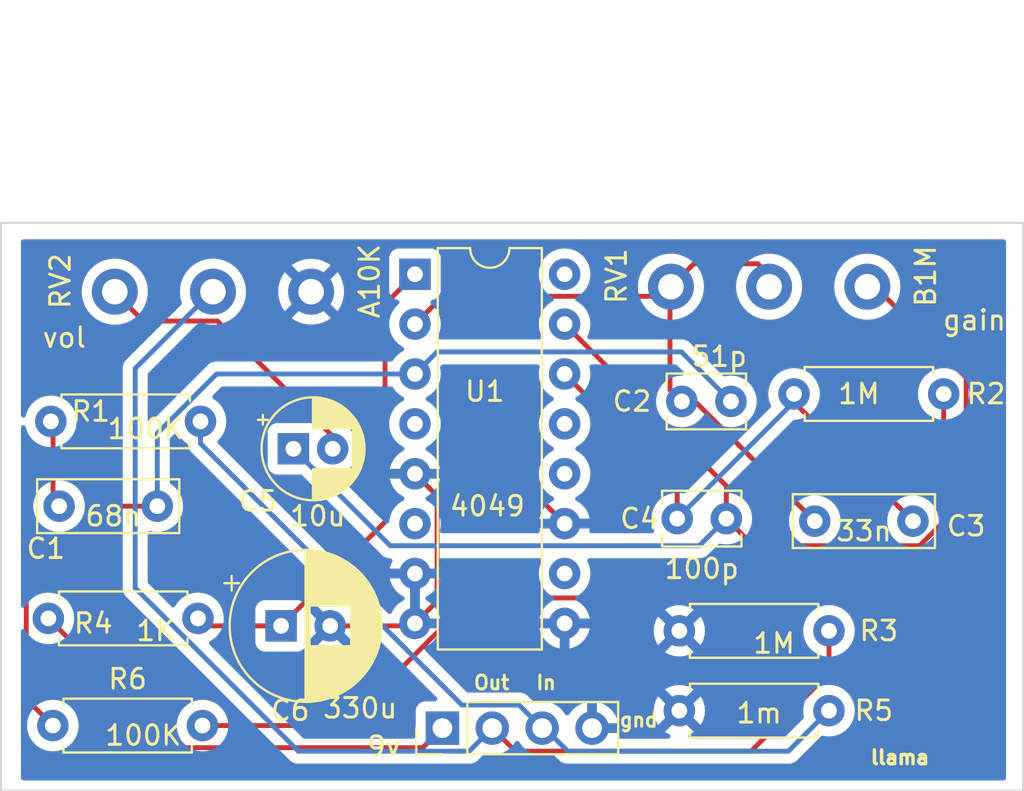
<source format=kicad_pcb>
(kicad_pcb (version 20221018) (generator pcbnew)
  (layers (0 "F.Cu" signal) (31 "B.Cu" signal) (34 "B.Paste" user) (35 "F.Paste" user) (36 "B.SilkS" user "B.Silkscreen") (37 "F.SilkS" user "F.Silkscreen") (38 "B.Mask" user) (39 "F.Mask" user) (44 "Edge.Cuts" user))
  (net 0 "")
  (net 1 "Net-(C1-Pad1)")
  (net 2 "Net-(C1-Pad2)")
  (net 3 "Net-(C2-Pad2)")
  (net 4 "Net-(C3-Pad2)")
  (net 5 "Net-(C4-Pad2)")
  (net 6 "Net-(C5-Pad2)")
  (net 7 "Net-(U1G-VCC)")
  (net 8 "GND")
  (net 9 "Net-(R6-Pad2)")
  (net 10 "9v")
  (net 11 "out")
  (net 12 "IN")
  (footprint "Resistor_THT:R_Axial_DIN0207_L6.3mm_D2.5mm_P7.62mm_Horizontal" (layer "F.Cu") (at 134.493 120.777)
    (fp_text reference "R3" (at 10.16 0) (layer "F.SilkS"))
    (fp_text value "1M" (at 4.826 0.635) (layer "F.SilkS"))
    (fp_line (start 0.54 -1.37) (end 7.08 -1.37) (stroke (width 0.12)) (layer "F.SilkS"))
    (fp_line (start 0.54 -1.04) (end 0.54 -1.37) (stroke (width 0.12)) (layer "F.SilkS"))
    (fp_line (start 0.54 1.04) (end 0.54 1.37) (stroke (width 0.12)) (layer "F.SilkS"))
    (fp_line (start 0.54 1.37) (end 7.08 1.37) (stroke (width 0.12)) (layer "F.SilkS"))
    (fp_line (start 7.08 -1.37) (end 7.08 -1.04) (stroke (width 0.12)) (layer "F.SilkS"))
    (fp_line (start 7.08 1.37) (end 7.08 1.04) (stroke (width 0.12)) (layer "F.SilkS"))
    (pad "1" thru_hole circle (at 0 0) (size 1.6 1.6) (drill 0.8) (layers "*.Cu" "*.Mask") (net 8 "GND"))
    (pad "2" thru_hole oval (at 7.62 0) (size 1.6 1.6) (drill 0.8) (layers "*.Cu" "*.Mask") (net 11 "out"))
  )
  (footprint "Connector_PinHeader_2.54mm:PinHeader_1x04_P2.54mm_Vertical" (layer "F.Cu") (at 122.428 125.73 90)
    (fp_text reference "J1" hide)
    (fp_text value "Conn_01x04_Female" hide)
    (fp_line (start -1.33 -1.33) (end 0 -1.33) (stroke (width 0.12)) (layer "F.SilkS"))
    (fp_line (start -1.33 0) (end -1.33 -1.33) (stroke (width 0.12)) (layer "F.SilkS"))
    (fp_line (start -1.33 1.27) (end -1.33 8.95) (stroke (width 0.12)) (layer "F.SilkS"))
    (fp_line (start -1.33 1.27) (end 1.33 1.27) (stroke (width 0.12)) (layer "F.SilkS"))
    (fp_line (start -1.33 8.95) (end 1.33 8.95) (stroke (width 0.12)) (layer "F.SilkS"))
    (fp_line (start 1.33 1.27) (end 1.33 8.95) (stroke (width 0.12)) (layer "F.SilkS"))
    (pad "1" thru_hole rect (at 0 0 90) (size 1.7 1.7) (drill 1) (layers "*.Cu" "*.Mask") (net 10 "9v"))
    (pad "2" thru_hole oval (at 0 2.54 90) (size 1.7 1.7) (drill 1) (layers "*.Cu" "*.Mask") (net 11 "out"))
    (pad "3" thru_hole oval (at 0 5.08 90) (size 1.7 1.7) (drill 1) (layers "*.Cu" "*.Mask") (net 12 "IN"))
    (pad "4" thru_hole oval (at 0 7.62 90) (size 1.7 1.7) (drill 1) (layers "*.Cu" "*.Mask") (net 8 "GND"))
  )
  (footprint "Resistor_THT:R_Axial_DIN0207_L6.3mm_D2.5mm_P7.62mm_Horizontal" (layer "F.Cu") (at 102.362 120.142)
    (fp_text reference "R4" (at 2.286 0.254) (layer "F.SilkS"))
    (fp_text value "1K" (at 5.461 0.635) (layer "F.SilkS"))
    (fp_line (start 0.54 -1.37) (end 7.08 -1.37) (stroke (width 0.12)) (layer "F.SilkS"))
    (fp_line (start 0.54 -1.04) (end 0.54 -1.37) (stroke (width 0.12)) (layer "F.SilkS"))
    (fp_line (start 0.54 1.04) (end 0.54 1.37) (stroke (width 0.12)) (layer "F.SilkS"))
    (fp_line (start 0.54 1.37) (end 7.08 1.37) (stroke (width 0.12)) (layer "F.SilkS"))
    (fp_line (start 7.08 -1.37) (end 7.08 -1.04) (stroke (width 0.12)) (layer "F.SilkS"))
    (fp_line (start 7.08 1.37) (end 7.08 1.04) (stroke (width 0.12)) (layer "F.SilkS"))
    (pad "1" thru_hole circle (at 0 0) (size 1.6 1.6) (drill 0.8) (layers "*.Cu" "*.Mask") (net 10 "9v"))
    (pad "2" thru_hole oval (at 7.62 0) (size 1.6 1.6) (drill 0.8) (layers "*.Cu" "*.Mask") (net 7 "Net-(U1G-VCC)"))
  )
  (footprint "Capacitor_THT:C_Disc_D3.8mm_W2.6mm_P2.50mm" (layer "F.Cu") (at 137.12 109.093 180)
    (fp_text reference "C2" (at 5.04 0) (layer "F.SilkS"))
    (fp_text value "51p" (at 0.595 2.286) (layer "F.SilkS"))
    (fp_line (start -0.77 -1.42) (end -0.77 -0.795) (stroke (width 0.12)) (layer "F.SilkS"))
    (fp_line (start -0.77 -1.42) (end 3.27 -1.42) (stroke (width 0.12)) (layer "F.SilkS"))
    (fp_line (start -0.77 0.795) (end -0.77 1.42) (stroke (width 0.12)) (layer "F.SilkS"))
    (fp_line (start -0.77 1.42) (end 3.27 1.42) (stroke (width 0.12)) (layer "F.SilkS"))
    (fp_line (start 3.27 -1.42) (end 3.27 -0.795) (stroke (width 0.12)) (layer "F.SilkS"))
    (fp_line (start 3.27 0.795) (end 3.27 1.42) (stroke (width 0.12)) (layer "F.SilkS"))
    (pad "1" thru_hole circle (at 0 0 180) (size 1.6 1.6) (drill 0.8) (layers "*.Cu" "*.Mask") (net 2 "Net-(C1-Pad2)"))
    (pad "2" thru_hole circle (at 2.5 0 180) (size 1.6 1.6) (drill 0.8) (layers "*.Cu" "*.Mask") (net 3 "Net-(C2-Pad2)"))
  )
  (footprint "Resistor_THT:R_Axial_DIN0207_L6.3mm_D2.5mm_P7.62mm_Horizontal" (layer "F.Cu") (at 110.109 110.109 180)
    (fp_text reference "R1" (at 5.588 0.508) (layer "F.SilkS"))
    (fp_text value "100K" (at 2.794 -0.381) (layer "F.SilkS"))
    (fp_line (start 0.54 -1.37) (end 7.08 -1.37) (stroke (width 0.12)) (layer "F.SilkS"))
    (fp_line (start 0.54 -1.04) (end 0.54 -1.37) (stroke (width 0.12)) (layer "F.SilkS"))
    (fp_line (start 0.54 1.04) (end 0.54 1.37) (stroke (width 0.12)) (layer "F.SilkS"))
    (fp_line (start 0.54 1.37) (end 7.08 1.37) (stroke (width 0.12)) (layer "F.SilkS"))
    (fp_line (start 7.08 -1.37) (end 7.08 -1.04) (stroke (width 0.12)) (layer "F.SilkS"))
    (fp_line (start 7.08 1.37) (end 7.08 1.04) (stroke (width 0.12)) (layer "F.SilkS"))
    (pad "1" thru_hole circle (at 0 0 180) (size 1.6 1.6) (drill 0.8) (layers "*.Cu" "*.Mask") (net 12 "IN"))
    (pad "2" thru_hole oval (at 7.62 0 180) (size 1.6 1.6) (drill 0.8) (layers "*.Cu" "*.Mask") (net 1 "Net-(C1-Pad1)"))
  )
  (footprint "pedals:Pot_Underside" (layer "F.Cu") (at 115.744 103.505 90)
    (fp_text reference "RV2" (at 0.538 -12.774 90) (layer "F.SilkS"))
    (fp_text value "A10K" (at 0.538 2.974 90) (layer "F.SilkS"))
    (pad "1" thru_hole circle (at 0 0 90) (size 2.34 2.34) (drill 1.3) (layers "*.Cu" "*.Mask") (net 8 "GND"))
    (pad "2" thru_hole circle (at 0 -5 90) (size 2.34 2.34) (drill 1.3) (layers "*.Cu" "*.Mask") (net 11 "out"))
    (pad "3" thru_hole circle (at 0 -10 90) (size 2.34 2.34) (drill 1.3) (layers "*.Cu" "*.Mask") (net 6 "Net-(C5-Pad2)"))
  )
  (footprint "Capacitor_THT:CP_Radial_D5.0mm_P2.00mm" (layer "F.Cu") (at 114.84 111.506)
    (fp_text reference "C5" (at -1.81 2.667) (layer "F.SilkS"))
    (fp_text value "10u" (at 1.238 3.429) (layer "F.SilkS"))
    (fp_line (start -1.804775 -1.475) (end -1.304775 -1.475) (stroke (width 0.12)) (layer "F.SilkS"))
    (fp_line (start -1.554775 -1.725) (end -1.554775 -1.225) (stroke (width 0.12)) (layer "F.SilkS"))
    (fp_line (start 1 -2.58) (end 1 -1.04) (stroke (width 0.12)) (layer "F.SilkS"))
    (fp_line (start 1 1.04) (end 1 2.58) (stroke (width 0.12)) (layer "F.SilkS"))
    (fp_line (start 1.04 -2.58) (end 1.04 -1.04) (stroke (width 0.12)) (layer "F.SilkS"))
    (fp_line (start 1.04 1.04) (end 1.04 2.58) (stroke (width 0.12)) (layer "F.SilkS"))
    (fp_line (start 1.08 -2.579) (end 1.08 -1.04) (stroke (width 0.12)) (layer "F.SilkS"))
    (fp_line (start 1.08 1.04) (end 1.08 2.579) (stroke (width 0.12)) (layer "F.SilkS"))
    (fp_line (start 1.12 -2.578) (end 1.12 -1.04) (stroke (width 0.12)) (layer "F.SilkS"))
    (fp_line (start 1.12 1.04) (end 1.12 2.578) (stroke (width 0.12)) (layer "F.SilkS"))
    (fp_line (start 1.16 -2.576) (end 1.16 -1.04) (stroke (width 0.12)) (layer "F.SilkS"))
    (fp_line (start 1.16 1.04) (end 1.16 2.576) (stroke (width 0.12)) (layer "F.SilkS"))
    (fp_line (start 1.2 -2.573) (end 1.2 -1.04) (stroke (width 0.12)) (layer "F.SilkS"))
    (fp_line (start 1.2 1.04) (end 1.2 2.573) (stroke (width 0.12)) (layer "F.SilkS"))
    (fp_line (start 1.24 -2.569) (end 1.24 -1.04) (stroke (width 0.12)) (layer "F.SilkS"))
    (fp_line (start 1.24 1.04) (end 1.24 2.569) (stroke (width 0.12)) (layer "F.SilkS"))
    (fp_line (start 1.28 -2.565) (end 1.28 -1.04) (stroke (width 0.12)) (layer "F.SilkS"))
    (fp_line (start 1.28 1.04) (end 1.28 2.565) (stroke (width 0.12)) (layer "F.SilkS"))
    (fp_line (start 1.32 -2.561) (end 1.32 -1.04) (stroke (width 0.12)) (layer "F.SilkS"))
    (fp_line (start 1.32 1.04) (end 1.32 2.561) (stroke (width 0.12)) (layer "F.SilkS"))
    (fp_line (start 1.36 -2.556) (end 1.36 -1.04) (stroke (width 0.12)) (layer "F.SilkS"))
    (fp_line (start 1.36 1.04) (end 1.36 2.556) (stroke (width 0.12)) (layer "F.SilkS"))
    (fp_line (start 1.4 -2.55) (end 1.4 -1.04) (stroke (width 0.12)) (layer "F.SilkS"))
    (fp_line (start 1.4 1.04) (end 1.4 2.55) (stroke (width 0.12)) (layer "F.SilkS"))
    (fp_line (start 1.44 -2.543) (end 1.44 -1.04) (stroke (width 0.12)) (layer "F.SilkS"))
    (fp_line (start 1.44 1.04) (end 1.44 2.543) (stroke (width 0.12)) (layer "F.SilkS"))
    (fp_line (start 1.48 -2.536) (end 1.48 -1.04) (stroke (width 0.12)) (layer "F.SilkS"))
    (fp_line (start 1.48 1.04) (end 1.48 2.536) (stroke (width 0.12)) (layer "F.SilkS"))
    (fp_line (start 1.52 -2.528) (end 1.52 -1.04) (stroke (width 0.12)) (layer "F.SilkS"))
    (fp_line (start 1.52 1.04) (end 1.52 2.528) (stroke (width 0.12)) (layer "F.SilkS"))
    (fp_line (start 1.56 -2.52) (end 1.56 -1.04) (stroke (width 0.12)) (layer "F.SilkS"))
    (fp_line (start 1.56 1.04) (end 1.56 2.52) (stroke (width 0.12)) (layer "F.SilkS"))
    (fp_line (start 1.6 -2.511) (end 1.6 -1.04) (stroke (width 0.12)) (layer "F.SilkS"))
    (fp_line (start 1.6 1.04) (end 1.6 2.511) (stroke (width 0.12)) (layer "F.SilkS"))
    (fp_line (start 1.64 -2.501) (end 1.64 -1.04) (stroke (width 0.12)) (layer "F.SilkS"))
    (fp_line (start 1.64 1.04) (end 1.64 2.501) (stroke (width 0.12)) (layer "F.SilkS"))
    (fp_line (start 1.68 -2.491) (end 1.68 -1.04) (stroke (width 0.12)) (layer "F.SilkS"))
    (fp_line (start 1.68 1.04) (end 1.68 2.491) (stroke (width 0.12)) (layer "F.SilkS"))
    (fp_line (start 1.721 -2.48) (end 1.721 -1.04) (stroke (width 0.12)) (layer "F.SilkS"))
    (fp_line (start 1.721 1.04) (end 1.721 2.48) (stroke (width 0.12)) (layer "F.SilkS"))
    (fp_line (start 1.761 -2.468) (end 1.761 -1.04) (stroke (width 0.12)) (layer "F.SilkS"))
    (fp_line (start 1.761 1.04) (end 1.761 2.468) (stroke (width 0.12)) (layer "F.SilkS"))
    (fp_line (start 1.801 -2.455) (end 1.801 -1.04) (stroke (width 0.12)) (layer "F.SilkS"))
    (fp_line (start 1.801 1.04) (end 1.801 2.455) (stroke (width 0.12)) (layer "F.SilkS"))
    (fp_line (start 1.841 -2.442) (end 1.841 -1.04) (stroke (width 0.12)) (layer "F.SilkS"))
    (fp_line (start 1.841 1.04) (end 1.841 2.442) (stroke (width 0.12)) (layer "F.SilkS"))
    (fp_line (start 1.881 -2.428) (end 1.881 -1.04) (stroke (width 0.12)) (layer "F.SilkS"))
    (fp_line (start 1.881 1.04) (end 1.881 2.428) (stroke (width 0.12)) (layer "F.SilkS"))
    (fp_line (start 1.921 -2.414) (end 1.921 -1.04) (stroke (width 0.12)) (layer "F.SilkS"))
    (fp_line (start 1.921 1.04) (end 1.921 2.414) (stroke (width 0.12)) (layer "F.SilkS"))
    (fp_line (start 1.961 -2.398) (end 1.961 -1.04) (stroke (width 0.12)) (layer "F.SilkS"))
    (fp_line (start 1.961 1.04) (end 1.961 2.398) (stroke (width 0.12)) (layer "F.SilkS"))
    (fp_line (start 2.001 -2.382) (end 2.001 -1.04) (stroke (width 0.12)) (layer "F.SilkS"))
    (fp_line (start 2.001 1.04) (end 2.001 2.382) (stroke (width 0.12)) (layer "F.SilkS"))
    (fp_line (start 2.041 -2.365) (end 2.041 -1.04) (stroke (width 0.12)) (layer "F.SilkS"))
    (fp_line (start 2.041 1.04) (end 2.041 2.365) (stroke (width 0.12)) (layer "F.SilkS"))
    (fp_line (start 2.081 -2.348) (end 2.081 -1.04) (stroke (width 0.12)) (layer "F.SilkS"))
    (fp_line (start 2.081 1.04) (end 2.081 2.348) (stroke (width 0.12)) (layer "F.SilkS"))
    (fp_line (start 2.121 -2.329) (end 2.121 -1.04) (stroke (width 0.12)) (layer "F.SilkS"))
    (fp_line (start 2.121 1.04) (end 2.121 2.329) (stroke (width 0.12)) (layer "F.SilkS"))
    (fp_line (start 2.161 -2.31) (end 2.161 -1.04) (stroke (width 0.12)) (layer "F.SilkS"))
    (fp_line (start 2.161 1.04) (end 2.161 2.31) (stroke (width 0.12)) (layer "F.SilkS"))
    (fp_line (start 2.201 -2.29) (end 2.201 -1.04) (stroke (width 0.12)) (layer "F.SilkS"))
    (fp_line (start 2.201 1.04) (end 2.201 2.29) (stroke (width 0.12)) (layer "F.SilkS"))
    (fp_line (start 2.241 -2.268) (end 2.241 -1.04) (stroke (width 0.12)) (layer "F.SilkS"))
    (fp_line (start 2.241 1.04) (end 2.241 2.268) (stroke (width 0.12)) (layer "F.SilkS"))
    (fp_line (start 2.281 -2.247) (end 2.281 -1.04) (stroke (width 0.12)) (layer "F.SilkS"))
    (fp_line (start 2.281 1.04) (end 2.281 2.247) (stroke (width 0.12)) (layer "F.SilkS"))
    (fp_line (start 2.321 -2.224) (end 2.321 -1.04) (stroke (width 0.12)) (layer "F.SilkS"))
    (fp_line (start 2.321 1.04) (end 2.321 2.224) (stroke (width 0.12)) (layer "F.SilkS"))
    (fp_line (start 2.361 -2.2) (end 2.361 -1.04) (stroke (width 0.12)) (layer "F.SilkS"))
    (fp_line (start 2.361 1.04) (end 2.361 2.2) (stroke (width 0.12)) (layer "F.SilkS"))
    (fp_line (start 2.401 -2.175) (end 2.401 -1.04) (stroke (width 0.12)) (layer "F.SilkS"))
    (fp_line (start 2.401 1.04) (end 2.401 2.175) (stroke (width 0.12)) (layer "F.SilkS"))
    (fp_line (start 2.441 -2.149) (end 2.441 -1.04) (stroke (width 0.12)) (layer "F.SilkS"))
    (fp_line (start 2.441 1.04) (end 2.441 2.149) (stroke (width 0.12)) (layer "F.SilkS"))
    (fp_line (start 2.481 -2.122) (end 2.481 -1.04) (stroke (width 0.12)) (layer "F.SilkS"))
    (fp_line (start 2.481 1.04) (end 2.481 2.122) (stroke (width 0.12)) (layer "F.SilkS"))
    (fp_line (start 2.521 -2.095) (end 2.521 -1.04) (stroke (width 0.12)) (layer "F.SilkS"))
    (fp_line (start 2.521 1.04) (end 2.521 2.095) (stroke (width 0.12)) (layer "F.SilkS"))
    (fp_line (start 2.561 -2.065) (end 2.561 -1.04) (stroke (width 0.12)) (layer "F.SilkS"))
    (fp_line (start 2.561 1.04) (end 2.561 2.065) (stroke (width 0.12)) (layer "F.SilkS"))
    (fp_line (start 2.601 -2.035) (end 2.601 -1.04) (stroke (width 0.12)) (layer "F.SilkS"))
    (fp_line (start 2.601 1.04) (end 2.601 2.035) (stroke (width 0.12)) (layer "F.SilkS"))
    (fp_line (start 2.641 -2.004) (end 2.641 -1.04) (stroke (width 0.12)) (layer "F.SilkS"))
    (fp_line (start 2.641 1.04) (end 2.641 2.004) (stroke (width 0.12)) (layer "F.SilkS"))
    (fp_line (start 2.681 -1.971) (end 2.681 -1.04) (stroke (width 0.12)) (layer "F.SilkS"))
    (fp_line (start 2.681 1.04) (end 2.681 1.971) (stroke (width 0.12)) (layer "F.SilkS"))
    (fp_line (start 2.721 -1.937) (end 2.721 -1.04) (stroke (width 0.12)) (layer "F.SilkS"))
    (fp_line (start 2.721 1.04) (end 2.721 1.937) (stroke (width 0.12)) (layer "F.SilkS"))
    (fp_line (start 2.761 -1.901) (end 2.761 -1.04) (stroke (width 0.12)) (layer "F.SilkS"))
    (fp_line (start 2.761 1.04) (end 2.761 1.901) (stroke (width 0.12)) (layer "F.SilkS"))
    (fp_line (start 2.801 -1.864) (end 2.801 -1.04) (stroke (width 0.12)) (layer "F.SilkS"))
    (fp_line (start 2.801 1.04) (end 2.801 1.864) (stroke (width 0.12)) (layer "F.SilkS"))
    (fp_line (start 2.841 -1.826) (end 2.841 -1.04) (stroke (width 0.12)) (layer "F.SilkS"))
    (fp_line (start 2.841 1.04) (end 2.841 1.826) (stroke (width 0.12)) (layer "F.SilkS"))
    (fp_line (start 2.881 -1.785) (end 2.881 -1.04) (stroke (width 0.12)) (layer "F.SilkS"))
    (fp_line (start 2.881 1.04) (end 2.881 1.785) (stroke (width 0.12)) (layer "F.SilkS"))
    (fp_line (start 2.921 -1.743) (end 2.921 -1.04) (stroke (width 0.12)) (layer "F.SilkS"))
    (fp_line (start 2.921 1.04) (end 2.921 1.743) (stroke (width 0.12)) (layer "F.SilkS"))
    (fp_line (start 2.961 -1.699) (end 2.961 -1.04) (stroke (width 0.12)) (layer "F.SilkS"))
    (fp_line (start 2.961 1.04) (end 2.961 1.699) (stroke (width 0.12)) (layer "F.SilkS"))
    (fp_line (start 3.001 -1.653) (end 3.001 -1.04) (stroke (width 0.12)) (layer "F.SilkS"))
    (fp_line (start 3.001 1.04) (end 3.001 1.653) (stroke (width 0.12)) (layer "F.SilkS"))
    (fp_line (start 3.041 -1.605) (end 3.041 1.605) (stroke (width 0.12)) (layer "F.SilkS"))
    (fp_line (start 3.081 -1.554) (end 3.081 1.554) (stroke (width 0.12)) (layer "F.SilkS"))
    (fp_line (start 3.121 -1.5) (end 3.121 1.5) (stroke (width 0.12)) (layer "F.SilkS"))
    (fp_line (start 3.161 -1.443) (end 3.161 1.443) (stroke (width 0.12)) (layer "F.SilkS"))
    (fp_line (start 3.201 -1.383) (end 3.201 1.383) (stroke (width 0.12)) (layer "F.SilkS"))
    (fp_line (start 3.241 -1.319) (end 3.241 1.319) (stroke (width 0.12)) (layer "F.SilkS"))
    (fp_line (start 3.281 -1.251) (end 3.281 1.251) (stroke (width 0.12)) (layer "F.SilkS"))
    (fp_line (start 3.321 -1.178) (end 3.321 1.178) (stroke (width 0.12)) (layer "F.SilkS"))
    (fp_line (start 3.361 -1.098) (end 3.361 1.098) (stroke (width 0.12)) (layer "F.SilkS"))
    (fp_line (start 3.401 -1.011) (end 3.401 1.011) (stroke (width 0.12)) (layer "F.SilkS"))
    (fp_line (start 3.441 -0.915) (end 3.441 0.915) (stroke (width 0.12)) (layer "F.SilkS"))
    (fp_line (start 3.481 -0.805) (end 3.481 0.805) (stroke (width 0.12)) (layer "F.SilkS"))
    (fp_line (start 3.521 -0.677) (end 3.521 0.677) (stroke (width 0.12)) (layer "F.SilkS"))
    (fp_line (start 3.561 -0.518) (end 3.561 0.518) (stroke (width 0.12)) (layer "F.SilkS"))
    (fp_line (start 3.601 -0.284) (end 3.601 0.284) (stroke (width 0.12)) (layer "F.SilkS"))
    (fp_circle (center 1 0) (end 3.62 0) (stroke (width 0.12)) (fill none) (layer "F.SilkS"))
    (pad "1" thru_hole rect (at 0 0) (size 1.6 1.6) (drill 0.8) (layers "*.Cu" "*.Mask") (net 5 "Net-(C4-Pad2)"))
    (pad "2" thru_hole circle (at 2 0) (size 1.6 1.6) (drill 0.8) (layers "*.Cu" "*.Mask") (net 6 "Net-(C5-Pad2)"))
  )
  (footprint "Capacitor_THT:C_Rect_L7.0mm_W2.5mm_P5.00mm" (layer "F.Cu") (at 141.391 115.189)
    (fp_text reference "C3" (at 7.707 0.254) (layer "F.SilkS"))
    (fp_text value "33n" (at 2.5 0.508) (layer "F.SilkS"))
    (fp_line (start -1.12 -1.37) (end -1.12 1.37) (stroke (width 0.12)) (layer "F.SilkS"))
    (fp_line (start -1.12 -1.37) (end 6.12 -1.37) (stroke (width 0.12)) (layer "F.SilkS"))
    (fp_line (start -1.12 1.37) (end 6.12 1.37) (stroke (width 0.12)) (layer "F.SilkS"))
    (fp_line (start 6.12 -1.37) (end 6.12 1.37) (stroke (width 0.12)) (layer "F.SilkS"))
    (pad "1" thru_hole circle (at 0 0) (size 1.6 1.6) (drill 0.8) (layers "*.Cu" "*.Mask") (net 3 "Net-(C2-Pad2)"))
    (pad "2" thru_hole circle (at 5 0) (size 1.6 1.6) (drill 0.8) (layers "*.Cu" "*.Mask") (net 4 "Net-(C3-Pad2)"))
  )
  (footprint "Resistor_THT:R_Axial_DIN0207_L6.3mm_D2.5mm_P7.62mm_Horizontal" (layer "F.Cu") (at 102.59 125.6)
    (fp_text reference "R6" (at 3.81 -2.37) (layer "F.SilkS"))
    (fp_text value "100K" (at 4.61 0.5) (layer "F.SilkS"))
    (fp_line (start 0.54 -1.37) (end 7.08 -1.37) (stroke (width 0.12)) (layer "F.SilkS"))
    (fp_line (start 0.54 -1.04) (end 0.54 -1.37) (stroke (width 0.12)) (layer "F.SilkS"))
    (fp_line (start 0.54 1.04) (end 0.54 1.37) (stroke (width 0.12)) (layer "F.SilkS"))
    (fp_line (start 0.54 1.37) (end 7.08 1.37) (stroke (width 0.12)) (layer "F.SilkS"))
    (fp_line (start 7.08 -1.37) (end 7.08 -1.04) (stroke (width 0.12)) (layer "F.SilkS"))
    (fp_line (start 7.08 1.37) (end 7.08 1.04) (stroke (width 0.12)) (layer "F.SilkS"))
    (pad "1" thru_hole circle (at 0 0) (size 1.6 1.6) (drill 0.8) (layers "*.Cu" "*.Mask") (net 2 "Net-(C1-Pad2)"))
    (pad "2" thru_hole oval (at 7.62 0) (size 1.6 1.6) (drill 0.8) (layers "*.Cu" "*.Mask") (net 9 "Net-(R6-Pad2)"))
  )
  (footprint "Capacitor_THT:CP_Radial_D7.5mm_P2.50mm" (layer "F.Cu") (at 114.213 120.523)
    (fp_text reference "C6" (at 0.468 4.318) (layer "F.SilkS"))
    (fp_text value "330u" (at 4.024 4.191) (layer "F.SilkS"))
    (fp_line (start -2.892211 -2.175) (end -2.142211 -2.175) (stroke (width 0.12)) (layer "F.SilkS"))
    (fp_line (start -2.517211 -2.55) (end -2.517211 -1.8) (stroke (width 0.12)) (layer "F.SilkS"))
    (fp_line (start 1.25 -3.83) (end 1.25 3.83) (stroke (width 0.12)) (layer "F.SilkS"))
    (fp_line (start 1.29 -3.83) (end 1.29 3.83) (stroke (width 0.12)) (layer "F.SilkS"))
    (fp_line (start 1.33 -3.83) (end 1.33 3.83) (stroke (width 0.12)) (layer "F.SilkS"))
    (fp_line (start 1.37 -3.829) (end 1.37 3.829) (stroke (width 0.12)) (layer "F.SilkS"))
    (fp_line (start 1.41 -3.827) (end 1.41 3.827) (stroke (width 0.12)) (layer "F.SilkS"))
    (fp_line (start 1.45 -3.825) (end 1.45 3.825) (stroke (width 0.12)) (layer "F.SilkS"))
    (fp_line (start 1.49 -3.823) (end 1.49 -1.04) (stroke (width 0.12)) (layer "F.SilkS"))
    (fp_line (start 1.49 1.04) (end 1.49 3.823) (stroke (width 0.12)) (layer "F.SilkS"))
    (fp_line (start 1.53 -3.82) (end 1.53 -1.04) (stroke (width 0.12)) (layer "F.SilkS"))
    (fp_line (start 1.53 1.04) (end 1.53 3.82) (stroke (width 0.12)) (layer "F.SilkS"))
    (fp_line (start 1.57 -3.817) (end 1.57 -1.04) (stroke (width 0.12)) (layer "F.SilkS"))
    (fp_line (start 1.57 1.04) (end 1.57 3.817) (stroke (width 0.12)) (layer "F.SilkS"))
    (fp_line (start 1.61 -3.814) (end 1.61 -1.04) (stroke (width 0.12)) (layer "F.SilkS"))
    (fp_line (start 1.61 1.04) (end 1.61 3.814) (stroke (width 0.12)) (layer "F.SilkS"))
    (fp_line (start 1.65 -3.81) (end 1.65 -1.04) (stroke (width 0.12)) (layer "F.SilkS"))
    (fp_line (start 1.65 1.04) (end 1.65 3.81) (stroke (width 0.12)) (layer "F.SilkS"))
    (fp_line (start 1.69 -3.805) (end 1.69 -1.04) (stroke (width 0.12)) (layer "F.SilkS"))
    (fp_line (start 1.69 1.04) (end 1.69 3.805) (stroke (width 0.12)) (layer "F.SilkS"))
    (fp_line (start 1.73 -3.801) (end 1.73 -1.04) (stroke (width 0.12)) (layer "F.SilkS"))
    (fp_line (start 1.73 1.04) (end 1.73 3.801) (stroke (width 0.12)) (layer "F.SilkS"))
    (fp_line (start 1.77 -3.795) (end 1.77 -1.04) (stroke (width 0.12)) (layer "F.SilkS"))
    (fp_line (start 1.77 1.04) (end 1.77 3.795) (stroke (width 0.12)) (layer "F.SilkS"))
    (fp_line (start 1.81 -3.79) (end 1.81 -1.04) (stroke (width 0.12)) (layer "F.SilkS"))
    (fp_line (start 1.81 1.04) (end 1.81 3.79) (stroke (width 0.12)) (layer "F.SilkS"))
    (fp_line (start 1.85 -3.784) (end 1.85 -1.04) (stroke (width 0.12)) (layer "F.SilkS"))
    (fp_line (start 1.85 1.04) (end 1.85 3.784) (stroke (width 0.12)) (layer "F.SilkS"))
    (fp_line (start 1.89 -3.777) (end 1.89 -1.04) (stroke (width 0.12)) (layer "F.SilkS"))
    (fp_line (start 1.89 1.04) (end 1.89 3.777) (stroke (width 0.12)) (layer "F.SilkS"))
    (fp_line (start 1.93 -3.77) (end 1.93 -1.04) (stroke (width 0.12)) (layer "F.SilkS"))
    (fp_line (start 1.93 1.04) (end 1.93 3.77) (stroke (width 0.12)) (layer "F.SilkS"))
    (fp_line (start 1.971 -3.763) (end 1.971 -1.04) (stroke (width 0.12)) (layer "F.SilkS"))
    (fp_line (start 1.971 1.04) (end 1.971 3.763) (stroke (width 0.12)) (layer "F.SilkS"))
    (fp_line (start 2.011 -3.755) (end 2.011 -1.04) (stroke (width 0.12)) (layer "F.SilkS"))
    (fp_line (start 2.011 1.04) (end 2.011 3.755) (stroke (width 0.12)) (layer "F.SilkS"))
    (fp_line (start 2.051 -3.747) (end 2.051 -1.04) (stroke (width 0.12)) (layer "F.SilkS"))
    (fp_line (start 2.051 1.04) (end 2.051 3.747) (stroke (width 0.12)) (layer "F.SilkS"))
    (fp_line (start 2.091 -3.738) (end 2.091 -1.04) (stroke (width 0.12)) (layer "F.SilkS"))
    (fp_line (start 2.091 1.04) (end 2.091 3.738) (stroke (width 0.12)) (layer "F.SilkS"))
    (fp_line (start 2.131 -3.729) (end 2.131 -1.04) (stroke (width 0.12)) (layer "F.SilkS"))
    (fp_line (start 2.131 1.04) (end 2.131 3.729) (stroke (width 0.12)) (layer "F.SilkS"))
    (fp_line (start 2.171 -3.72) (end 2.171 -1.04) (stroke (width 0.12)) (layer "F.SilkS"))
    (fp_line (start 2.171 1.04) (end 2.171 3.72) (stroke (width 0.12)) (layer "F.SilkS"))
    (fp_line (start 2.211 -3.71) (end 2.211 -1.04) (stroke (width 0.12)) (layer "F.SilkS"))
    (fp_line (start 2.211 1.04) (end 2.211 3.71) (stroke (width 0.12)) (layer "F.SilkS"))
    (fp_line (start 2.251 -3.699) (end 2.251 -1.04) (stroke (width 0.12)) (layer "F.SilkS"))
    (fp_line (start 2.251 1.04) (end 2.251 3.699) (stroke (width 0.12)) (layer "F.SilkS"))
    (fp_line (start 2.291 -3.688) (end 2.291 -1.04) (stroke (width 0.12)) (layer "F.SilkS"))
    (fp_line (start 2.291 1.04) (end 2.291 3.688) (stroke (width 0.12)) (layer "F.SilkS"))
    (fp_line (start 2.331 -3.677) (end 2.331 -1.04) (stroke (width 0.12)) (layer "F.SilkS"))
    (fp_line (start 2.331 1.04) (end 2.331 3.677) (stroke (width 0.12)) (layer "F.SilkS"))
    (fp_line (start 2.371 -3.665) (end 2.371 -1.04) (stroke (width 0.12)) (layer "F.SilkS"))
    (fp_line (start 2.371 1.04) (end 2.371 3.665) (stroke (width 0.12)) (layer "F.SilkS"))
    (fp_line (start 2.411 -3.653) (end 2.411 -1.04) (stroke (width 0.12)) (layer "F.SilkS"))
    (fp_line (start 2.411 1.04) (end 2.411 3.653) (stroke (width 0.12)) (layer "F.SilkS"))
    (fp_line (start 2.451 -3.64) (end 2.451 -1.04) (stroke (width 0.12)) (layer "F.SilkS"))
    (fp_line (start 2.451 1.04) (end 2.451 3.64) (stroke (width 0.12)) (layer "F.SilkS"))
    (fp_line (start 2.491 -3.626) (end 2.491 -1.04) (stroke (width 0.12)) (layer "F.SilkS"))
    (fp_line (start 2.491 1.04) (end 2.491 3.626) (stroke (width 0.12)) (layer "F.SilkS"))
    (fp_line (start 2.531 -3.613) (end 2.531 -1.04) (stroke (width 0.12)) (layer "F.SilkS"))
    (fp_line (start 2.531 1.04) (end 2.531 3.613) (stroke (width 0.12)) (layer "F.SilkS"))
    (fp_line (start 2.571 -3.598) (end 2.571 -1.04) (stroke (width 0.12)) (layer "F.SilkS"))
    (fp_line (start 2.571 1.04) (end 2.571 3.598) (stroke (width 0.12)) (layer "F.SilkS"))
    (fp_line (start 2.611 -3.584) (end 2.611 -1.04) (stroke (width 0.12)) (layer "F.SilkS"))
    (fp_line (start 2.611 1.04) (end 2.611 3.584) (stroke (width 0.12)) (layer "F.SilkS"))
    (fp_line (start 2.651 -3.568) (end 2.651 -1.04) (stroke (width 0.12)) (layer "F.SilkS"))
    (fp_line (start 2.651 1.04) (end 2.651 3.568) (stroke (width 0.12)) (layer "F.SilkS"))
    (fp_line (start 2.691 -3.553) (end 2.691 -1.04) (stroke (width 0.12)) (layer "F.SilkS"))
    (fp_line (start 2.691 1.04) (end 2.691 3.553) (stroke (width 0.12)) (layer "F.SilkS"))
    (fp_line (start 2.731 -3.536) (end 2.731 -1.04) (stroke (width 0.12)) (layer "F.SilkS"))
    (fp_line (start 2.731 1.04) (end 2.731 3.536) (stroke (width 0.12)) (layer "F.SilkS"))
    (fp_line (start 2.771 -3.52) (end 2.771 -1.04) (stroke (width 0.12)) (layer "F.SilkS"))
    (fp_line (start 2.771 1.04) (end 2.771 3.52) (stroke (width 0.12)) (layer "F.SilkS"))
    (fp_line (start 2.811 -3.502) (end 2.811 -1.04) (stroke (width 0.12)) (layer "F.SilkS"))
    (fp_line (start 2.811 1.04) (end 2.811 3.502) (stroke (width 0.12)) (layer "F.SilkS"))
    (fp_line (start 2.851 -3.484) (end 2.851 -1.04) (stroke (width 0.12)) (layer "F.SilkS"))
    (fp_line (start 2.851 1.04) (end 2.851 3.484) (stroke (width 0.12)) (layer "F.SilkS"))
    (fp_line (start 2.891 -3.466) (end 2.891 -1.04) (stroke (width 0.12)) (layer "F.SilkS"))
    (fp_line (start 2.891 1.04) (end 2.891 3.466) (stroke (width 0.12)) (layer "F.SilkS"))
    (fp_line (start 2.931 -3.447) (end 2.931 -1.04) (stroke (width 0.12)) (layer "F.SilkS"))
    (fp_line (start 2.931 1.04) (end 2.931 3.447) (stroke (width 0.12)) (layer "F.SilkS"))
    (fp_line (start 2.971 -3.427) (end 2.971 -1.04) (stroke (width 0.12)) (layer "F.SilkS"))
    (fp_line (start 2.971 1.04) (end 2.971 3.427) (stroke (width 0.12)) (layer "F.SilkS"))
    (fp_line (start 3.011 -3.407) (end 3.011 -1.04) (stroke (width 0.12)) (layer "F.SilkS"))
    (fp_line (start 3.011 1.04) (end 3.011 3.407) (stroke (width 0.12)) (layer "F.SilkS"))
    (fp_line (start 3.051 -3.386) (end 3.051 -1.04) (stroke (width 0.12)) (layer "F.SilkS"))
    (fp_line (start 3.051 1.04) (end 3.051 3.386) (stroke (width 0.12)) (layer "F.SilkS"))
    (fp_line (start 3.091 -3.365) (end 3.091 -1.04) (stroke (width 0.12)) (layer "F.SilkS"))
    (fp_line (start 3.091 1.04) (end 3.091 3.365) (stroke (width 0.12)) (layer "F.SilkS"))
    (fp_line (start 3.131 -3.343) (end 3.131 -1.04) (stroke (width 0.12)) (layer "F.SilkS"))
    (fp_line (start 3.131 1.04) (end 3.131 3.343) (stroke (width 0.12)) (layer "F.SilkS"))
    (fp_line (start 3.171 -3.321) (end 3.171 -1.04) (stroke (width 0.12)) (layer "F.SilkS"))
    (fp_line (start 3.171 1.04) (end 3.171 3.321) (stroke (width 0.12)) (layer "F.SilkS"))
    (fp_line (start 3.211 -3.297) (end 3.211 -1.04) (stroke (width 0.12)) (layer "F.SilkS"))
    (fp_line (start 3.211 1.04) (end 3.211 3.297) (stroke (width 0.12)) (layer "F.SilkS"))
    (fp_line (start 3.251 -3.274) (end 3.251 -1.04) (stroke (width 0.12)) (layer "F.SilkS"))
    (fp_line (start 3.251 1.04) (end 3.251 3.274) (stroke (width 0.12)) (layer "F.SilkS"))
    (fp_line (start 3.291 -3.249) (end 3.291 -1.04) (stroke (width 0.12)) (layer "F.SilkS"))
    (fp_line (start 3.291 1.04) (end 3.291 3.249) (stroke (width 0.12)) (layer "F.SilkS"))
    (fp_line (start 3.331 -3.224) (end 3.331 -1.04) (stroke (width 0.12)) (layer "F.SilkS"))
    (fp_line (start 3.331 1.04) (end 3.331 3.224) (stroke (width 0.12)) (layer "F.SilkS"))
    (fp_line (start 3.371 -3.198) (end 3.371 -1.04) (stroke (width 0.12)) (layer "F.SilkS"))
    (fp_line (start 3.371 1.04) (end 3.371 3.198) (stroke (width 0.12)) (layer "F.SilkS"))
    (fp_line (start 3.411 -3.172) (end 3.411 -1.04) (stroke (width 0.12)) (layer "F.SilkS"))
    (fp_line (start 3.411 1.04) (end 3.411 3.172) (stroke (width 0.12)) (layer "F.SilkS"))
    (fp_line (start 3.451 -3.144) (end 3.451 -1.04) (stroke (width 0.12)) (layer "F.SilkS"))
    (fp_line (start 3.451 1.04) (end 3.451 3.144) (stroke (width 0.12)) (layer "F.SilkS"))
    (fp_line (start 3.491 -3.116) (end 3.491 -1.04) (stroke (width 0.12)) (layer "F.SilkS"))
    (fp_line (start 3.491 1.04) (end 3.491 3.116) (stroke (width 0.12)) (layer "F.SilkS"))
    (fp_line (start 3.531 -3.088) (end 3.531 -1.04) (stroke (width 0.12)) (layer "F.SilkS"))
    (fp_line (start 3.531 1.04) (end 3.531 3.088) (stroke (width 0.12)) (layer "F.SilkS"))
    (fp_line (start 3.571 -3.058) (end 3.571 3.058) (stroke (width 0.12)) (layer "F.SilkS"))
    (fp_line (start 3.611 -3.028) (end 3.611 3.028) (stroke (width 0.12)) (layer "F.SilkS"))
    (fp_line (start 3.651 -2.996) (end 3.651 2.996) (stroke (width 0.12)) (layer "F.SilkS"))
    (fp_line (start 3.691 -2.964) (end 3.691 2.964) (stroke (width 0.12)) (layer "F.SilkS"))
    (fp_line (start 3.731 -2.931) (end 3.731 2.931) (stroke (width 0.12)) (layer "F.SilkS"))
    (fp_line (start 3.771 -2.898) (end 3.771 2.898) (stroke (width 0.12)) (layer "F.SilkS"))
    (fp_line (start 3.811 -2.863) (end 3.811 2.863) (stroke (width 0.12)) (layer "F.SilkS"))
    (fp_line (start 3.851 -2.827) (end 3.851 2.827) (stroke (width 0.12)) (layer "F.SilkS"))
    (fp_line (start 3.891 -2.79) (end 3.891 2.79) (stroke (width 0.12)) (layer "F.SilkS"))
    (fp_line (start 3.931 -2.752) (end 3.931 2.752) (stroke (width 0.12)) (layer "F.SilkS"))
    (fp_line (start 3.971 -2.713) (end 3.971 2.713) (stroke (width 0.12)) (layer "F.SilkS"))
    (fp_line (start 4.011 -2.673) (end 4.011 2.673) (stroke (width 0.12)) (layer "F.SilkS"))
    (fp_line (start 4.051 -2.632) (end 4.051 2.632) (stroke (width 0.12)) (layer "F.SilkS"))
    (fp_line (start 4.091 -2.589) (end 4.091 2.589) (stroke (width 0.12)) (layer "F.SilkS"))
    (fp_line (start 4.131 -2.546) (end 4.131 2.546) (stroke (width 0.12)) (layer "F.SilkS"))
    (fp_line (start 4.171 -2.5) (end 4.171 2.5) (stroke (width 0.12)) (layer "F.SilkS"))
    (fp_line (start 4.211 -2.454) (end 4.211 2.454) (stroke (width 0.12)) (layer "F.SilkS"))
    (fp_line (start 4.251 -2.405) (end 4.251 2.405) (stroke (width 0.12)) (layer "F.SilkS"))
    (fp_line (start 4.291 -2.355) (end 4.291 2.355) (stroke (width 0.12)) (layer "F.SilkS"))
    (fp_line (start 4.331 -2.304) (end 4.331 2.304) (stroke (width 0.12)) (layer "F.SilkS"))
    (fp_line (start 4.371 -2.25) (end 4.371 2.25) (stroke (width 0.12)) (layer "F.SilkS"))
    (fp_line (start 4.411 -2.195) (end 4.411 2.195) (stroke (width 0.12)) (layer "F.SilkS"))
    (fp_line (start 4.451 -2.137) (end 4.451 2.137) (stroke (width 0.12)) (layer "F.SilkS"))
    (fp_line (start 4.491 -2.077) (end 4.491 2.077) (stroke (width 0.12)) (layer "F.SilkS"))
    (fp_line (start 4.531 -2.014) (end 4.531 2.014) (stroke (width 0.12)) (layer "F.SilkS"))
    (fp_line (start 4.571 -1.949) (end 4.571 1.949) (stroke (width 0.12)) (layer "F.SilkS"))
    (fp_line (start 4.611 -1.881) (end 4.611 1.881) (stroke (width 0.12)) (layer "F.SilkS"))
    (fp_line (start 4.651 -1.809) (end 4.651 1.809) (stroke (width 0.12)) (layer "F.SilkS"))
    (fp_line (start 4.691 -1.733) (end 4.691 1.733) (stroke (width 0.12)) (layer "F.SilkS"))
    (fp_line (start 4.731 -1.654) (end 4.731 1.654) (stroke (width 0.12)) (layer "F.SilkS"))
    (fp_line (start 4.771 -1.569) (end 4.771 1.569) (stroke (width 0.12)) (layer "F.SilkS"))
    (fp_line (start 4.811 -1.478) (end 4.811 1.478) (stroke (width 0.12)) (layer "F.SilkS"))
    (fp_line (start 4.851 -1.381) (end 4.851 1.381) (stroke (width 0.12)) (layer "F.SilkS"))
    (fp_line (start 4.891 -1.275) (end 4.891 1.275) (stroke (width 0.12)) (layer "F.SilkS"))
    (fp_line (start 4.931 -1.158) (end 4.931 1.158) (stroke (width 0.12)) (layer "F.SilkS"))
    (fp_line (start 4.971 -1.028) (end 4.971 1.028) (stroke (width 0.12)) (layer "F.SilkS"))
    (fp_line (start 5.011 -0.877) (end 5.011 0.877) (stroke (width 0.12)) (layer "F.SilkS"))
    (fp_line (start 5.051 -0.693) (end 5.051 0.693) (stroke (width 0.12)) (layer "F.SilkS"))
    (fp_line (start 5.091 -0.441) (end 5.091 0.441) (stroke (width 0.12)) (layer "F.SilkS"))
    (fp_circle (center 1.25 0) (end 5.12 0) (stroke (width 0.12)) (fill none) (layer "F.SilkS"))
    (pad "1" thru_hole rect (at 0 0) (size 1.6 1.6) (drill 0.8) (layers "*.Cu" "*.Mask") (net 7 "Net-(U1G-VCC)"))
    (pad "2" thru_hole circle (at 2.5 0) (size 1.6 1.6) (drill 0.8) (layers "*.Cu" "*.Mask") (net 8 "GND"))
  )
  (footprint "Package_DIP:DIP-16_W7.62mm" (layer "F.Cu") (at 121.031 102.616)
    (fp_text reference "U1" (at 3.556 5.969) (layer "F.SilkS"))
    (fp_text value "4049" (at 3.683 11.811) (layer "F.SilkS"))
    (fp_line (start 1.16 -1.33) (end 1.16 19.11) (stroke (width 0.12)) (layer "F.SilkS"))
    (fp_line (start 1.16 19.11) (end 6.46 19.11) (stroke (width 0.12)) (layer "F.SilkS"))
    (fp_line (start 2.81 -1.33) (end 1.16 -1.33) (stroke (width 0.12)) (layer "F.SilkS"))
    (fp_line (start 6.46 -1.33) (end 4.81 -1.33) (stroke (width 0.12)) (layer "F.SilkS"))
    (fp_line (start 6.46 19.11) (end 6.46 -1.33) (stroke (width 0.12)) (layer "F.SilkS"))
    (fp_arc (start 4.81 -1.33) (mid 3.81 -0.33) (end 2.81 -1.33) (stroke (width 0.12)) (layer "F.SilkS"))
    (pad "1" thru_hole rect (at 0 0) (size 1.6 1.6) (drill 0.8) (layers "*.Cu" "*.Mask") (net 7 "Net-(U1G-VCC)"))
    (pad "2" thru_hole oval (at 0 2.54) (size 1.6 1.6) (drill 0.8) (layers "*.Cu" "*.Mask") (net 3 "Net-(C2-Pad2)"))
    (pad "3" thru_hole oval (at 0 5.08) (size 1.6 1.6) (drill 0.8) (layers "*.Cu" "*.Mask") (net 2 "Net-(C1-Pad2)"))
    (pad "4" thru_hole oval (at 0 7.62) (size 1.6 1.6) (drill 0.8) (layers "*.Cu" "*.Mask"))
    (pad "5" thru_hole oval (at 0 10.16) (size 1.6 1.6) (drill 0.8) (layers "*.Cu" "*.Mask") (net 8 "GND"))
    (pad "6" thru_hole oval (at 0 12.7) (size 1.6 1.6) (drill 0.8) (layers "*.Cu" "*.Mask"))
    (pad "7" thru_hole oval (at 0 15.24) (size 1.6 1.6) (drill 0.8) (layers "*.Cu" "*.Mask") (net 8 "GND"))
    (pad "8" thru_hole oval (at 0 17.78) (size 1.6 1.6) (drill 0.8) (layers "*.Cu" "*.Mask") (net 8 "GND"))
    (pad "9" thru_hole oval (at 7.62 17.78) (size 1.6 1.6) (drill 0.8) (layers "*.Cu" "*.Mask") (net 8 "GND"))
    (pad "10" thru_hole oval (at 7.62 15.24) (size 1.6 1.6) (drill 0.8) (layers "*.Cu" "*.Mask"))
    (pad "11" thru_hole oval (at 7.62 12.7) (size 1.6 1.6) (drill 0.8) (layers "*.Cu" "*.Mask") (net 8 "GND"))
    (pad "12" thru_hole oval (at 7.62 10.16) (size 1.6 1.6) (drill 0.8) (layers "*.Cu" "*.Mask"))
    (pad "13" thru_hole oval (at 7.62 7.62) (size 1.6 1.6) (drill 0.8) (layers "*.Cu" "*.Mask"))
    (pad "14" thru_hole oval (at 7.62 5.08) (size 1.6 1.6) (drill 0.8) (layers "*.Cu" "*.Mask") (net 4 "Net-(C3-Pad2)"))
    (pad "15" thru_hole oval (at 7.62 2.54) (size 1.6 1.6) (drill 0.8) (layers "*.Cu" "*.Mask") (net 5 "Net-(C4-Pad2)"))
    (pad "16" thru_hole oval (at 7.62 0) (size 1.6 1.6) (drill 0.8) (layers "*.Cu" "*.Mask"))
  )
  (footprint "Resistor_THT:R_Axial_DIN0207_L6.3mm_D2.5mm_P7.62mm_Horizontal" (layer "F.Cu") (at 134.493 124.841)
    (fp_text reference "R5" (at 9.906 0) (layer "F.SilkS"))
    (fp_text value "1m" (at 4.064 0.127) (layer "F.SilkS"))
    (fp_line (start 0.54 -1.37) (end 7.08 -1.37) (stroke (width 0.12)) (layer "F.SilkS"))
    (fp_line (start 0.54 -1.04) (end 0.54 -1.37) (stroke (width 0.12)) (layer "F.SilkS"))
    (fp_line (start 0.54 1.04) (end 0.54 1.37) (stroke (width 0.12)) (layer "F.SilkS"))
    (fp_line (start 0.54 1.37) (end 7.08 1.37) (stroke (width 0.12)) (layer "F.SilkS"))
    (fp_line (start 7.08 -1.37) (end 7.08 -1.04) (stroke (width 0.12)) (layer "F.SilkS"))
    (fp_line (start 7.08 1.37) (end 7.08 1.04) (stroke (width 0.12)) (layer "F.SilkS"))
    (pad "1" thru_hole circle (at 0 0) (size 1.6 1.6) (drill 0.8) (layers "*.Cu" "*.Mask") (net 8 "GND"))
    (pad "2" thru_hole oval (at 7.62 0) (size 1.6 1.6) (drill 0.8) (layers "*.Cu" "*.Mask") (net 12 "IN"))
  )
  (footprint "Resistor_THT:R_Axial_DIN0207_L6.3mm_D2.5mm_P7.62mm_Horizontal" (layer "F.Cu") (at 140.335 108.712)
    (fp_text reference "R2" (at 9.779 0) (layer "F.SilkS"))
    (fp_text value "1M" (at 3.302 0) (layer "F.SilkS"))
    (fp_line (start 0.54 -1.37) (end 7.08 -1.37) (stroke (width 0.12)) (layer "F.SilkS"))
    (fp_line (start 0.54 -1.04) (end 0.54 -1.37) (stroke (width 0.12)) (layer "F.SilkS"))
    (fp_line (start 0.54 1.04) (end 0.54 1.37) (stroke (width 0.12)) (layer "F.SilkS"))
    (fp_line (start 0.54 1.37) (end 7.08 1.37) (stroke (width 0.12)) (layer "F.SilkS"))
    (fp_line (start 7.08 -1.37) (end 7.08 -1.04) (stroke (width 0.12)) (layer "F.SilkS"))
    (fp_line (start 7.08 1.37) (end 7.08 1.04) (stroke (width 0.12)) (layer "F.SilkS"))
    (pad "1" thru_hole circle (at 0 0) (size 1.6 1.6) (drill 0.8) (layers "*.Cu" "*.Mask") (net 4 "Net-(C3-Pad2)"))
    (pad "2" thru_hole oval (at 7.62 0) (size 1.6 1.6) (drill 0.8) (layers "*.Cu" "*.Mask") (net 5 "Net-(C4-Pad2)"))
  )
  (footprint "Capacitor_THT:C_Rect_L7.0mm_W2.5mm_P5.00mm" (layer "F.Cu") (at 102.91 114.427)
    (fp_text reference "C1" (at -0.675 2.159) (layer "F.SilkS"))
    (fp_text value "68n" (at 2.754 0.508) (layer "F.SilkS"))
    (fp_line (start -1.12 -1.37) (end -1.12 1.37) (stroke (width 0.12)) (layer "F.SilkS"))
    (fp_line (start -1.12 -1.37) (end 6.12 -1.37) (stroke (width 0.12)) (layer "F.SilkS"))
    (fp_line (start -1.12 1.37) (end 6.12 1.37) (stroke (width 0.12)) (layer "F.SilkS"))
    (fp_line (start 6.12 -1.37) (end 6.12 1.37) (stroke (width 0.12)) (layer "F.SilkS"))
    (pad "1" thru_hole circle (at 0 0) (size 1.6 1.6) (drill 0.8) (layers "*.Cu" "*.Mask") (net 1 "Net-(C1-Pad1)"))
    (pad "2" thru_hole circle (at 5 0) (size 1.6 1.6) (drill 0.8) (layers "*.Cu" "*.Mask") (net 2 "Net-(C1-Pad2)"))
  )
  (footprint "Capacitor_THT:C_Disc_D3.8mm_W2.6mm_P2.50mm" (layer "F.Cu") (at 134.386 115.062)
    (fp_text reference "C4" (at -1.925 0) (layer "F.SilkS"))
    (fp_text value "100p" (at 1.25 2.55) (layer "F.SilkS"))
    (fp_line (start -0.77 -1.42) (end -0.77 -0.795) (stroke (width 0.12)) (layer "F.SilkS"))
    (fp_line (start -0.77 -1.42) (end 3.27 -1.42) (stroke (width 0.12)) (layer "F.SilkS"))
    (fp_line (start -0.77 0.795) (end -0.77 1.42) (stroke (width 0.12)) (layer "F.SilkS"))
    (fp_line (start -0.77 1.42) (end 3.27 1.42) (stroke (width 0.12)) (layer "F.SilkS"))
    (fp_line (start 3.27 -1.42) (end 3.27 -0.795) (stroke (width 0.12)) (layer "F.SilkS"))
    (fp_line (start 3.27 0.795) (end 3.27 1.42) (stroke (width 0.12)) (layer "F.SilkS"))
    (pad "1" thru_hole circle (at 0 0) (size 1.6 1.6) (drill 0.8) (layers "*.Cu" "*.Mask") (net 4 "Net-(C3-Pad2)"))
    (pad "2" thru_hole circle (at 2.5 0) (size 1.6 1.6) (drill 0.8) (layers "*.Cu" "*.Mask") (net 5 "Net-(C4-Pad2)"))
  )
  (footprint "pedals:Pot_Underside" (layer "F.Cu") (at 144.065 103.251 90)
    (fp_text reference "RV1" (at 0.538 -12.774 90) (layer "F.SilkS"))
    (fp_text value "B1M" (at 0.538 2.974 90) (layer "F.SilkS"))
    (pad "1" thru_hole circle (at 0 0 90) (size 2.34 2.34) (drill 1.3) (layers "*.Cu" "*.Mask") (net 9 "Net-(R6-Pad2)"))
    (pad "2" thru_hole circle (at 0 -5 90) (size 2.34 2.34) (drill 1.3) (layers "*.Cu" "*.Mask") (net 3 "Net-(C2-Pad2)"))
    (pad "3" thru_hole circle (at 0 -10 90) (size 2.34 2.34) (drill 1.3) (layers "*.Cu" "*.Mask") (net 3 "Net-(C2-Pad2)"))
  )
  (gr_line (start 99.949 100) (end 152 100) (stroke (width 0.1)) (layer "Edge.Cuts"))
  (gr_line (start 152 128.905) (end 99.949 128.905) (stroke (width 0.1)) (layer "Edge.Cuts"))
  (gr_line (start 99.949 100) (end 99.949 128.905) (stroke (width 0.1)) (layer "Edge.Cuts"))
  (gr_line (start 152 128.905) (end 152 100) (stroke (width 0.1)) (layer "Edge.Cuts"))
  (gr_text "9v\n" (at 118.491 127.254) (layer "F.SilkS") (effects (font (size 1 1)) (justify left bottom)))
  (gr_text "gnd" (at 131.378 125.73) (layer "F.SilkS") (effects (font (size 0.7 0.7)) (justify left bottom)))
  (gr_text "llama\n" (at 144.145 127.635) (layer "F.SilkS") (effects (font (size 0.7 0.7) (thickness 0.175) bold) (justify left bottom)))
  (gr_text "In" (at 127.127 123.825) (layer "F.SilkS") (effects (font (size 0.7 0.7)) (justify left bottom)))
  (gr_text "Out" (at 123.952 123.825) (layer "F.SilkS") (effects (font (size 0.7 0.7)) (justify left bottom)))
  (gr_text "gain" (at 147.828 105.537) (layer "F.SilkS") (effects (font (size 1 1)) (justify left bottom)))
  (gr_text "vol\n" (at 101.981 106.426) (layer "F.SilkS") (effects (font (size 1 1)) (justify left bottom)))
  (segment (start 102.6 110.22) (end 102.489 110.109) (width 0.25) (layer "F.Cu") (net 1))
  (segment (start 102.6 114.117) (end 102.6 110.22) (width 0.25) (layer "F.Cu") (net 1))
  (segment (start 102.91 114.427) (end 102.6 114.117) (width 0.25) (layer "F.Cu") (net 1))
  (segment (start 105.573 114.427) (end 107.91 114.427) (width 0.25) (layer "F.Cu") (net 2))
  (segment (start 101.237 124.247) (end 101.237 118.763) (width 0.25) (layer "F.Cu") (net 2))
  (segment (start 101.237 118.763) (end 105.573 114.427) (width 0.25) (layer "F.Cu") (net 2))
  (segment (start 102.362 125.349) (end 102.616 125.603) (width 0.25) (layer "F.Cu") (net 2))
  (segment (start 102.59 125.6) (end 101.237 124.247) (width 0.25) (layer "F.Cu") (net 2))
  (segment (start 110.931009 107.696) (end 121.031 107.696) (width 0.25) (layer "B.Cu") (net 2))
  (segment (start 107.91 110.717009) (end 110.931009 107.696) (width 0.25) (layer "B.Cu") (net 2))
  (segment (start 134.598 106.571) (end 122.156 106.571) (width 0.25) (layer "B.Cu") (net 2))
  (segment (start 122.156 106.571) (end 121.031 107.696) (width 0.25) (layer "B.Cu") (net 2))
  (segment (start 107.91 114.427) (end 107.91 110.717009) (width 0.25) (layer "B.Cu") (net 2))
  (segment (start 137.12 109.093) (end 134.598 106.571) (width 0.25) (layer "B.Cu") (net 2))
  (segment (start 138.484397 102.081001) (end 139.359698 102.956302) (width 0.25) (layer "F.Cu") (net 3))
  (segment (start 134.065 103.251) (end 135.234999 102.081001) (width 0.25) (layer "F.Cu") (net 3))
  (segment (start 134.018 108.491) (end 134.62 109.093) (width 0.25) (layer "F.Cu") (net 3))
  (segment (start 122.446 103.741) (end 133.528 103.741) (width 0.25) (layer "F.Cu") (net 3))
  (segment (start 133.528 103.741) (end 134.018 103.251) (width 0.25) (layer "F.Cu") (net 3))
  (segment (start 135.234999 102.081001) (end 138.484397 102.081001) (width 0.25) (layer "F.Cu") (net 3))
  (segment (start 134.018 103.251) (end 134.018 108.491) (width 0.25) (layer "F.Cu") (net 3))
  (segment (start 121.031 105.156) (end 122.446 103.741) (width 0.25) (layer "F.Cu") (net 3))
  (segment (start 141.391 115.189) (end 135.295 109.093) (width 0.25) (layer "F.Cu") (net 3))
  (segment (start 135.295 109.093) (end 134.62 109.093) (width 0.25) (layer "F.Cu") (net 3))
  (segment (start 140.335 109.133) (end 140.335 108.712) (width 0.25) (layer "F.Cu") (net 4))
  (segment (start 134.386 113.431) (end 128.651 107.696) (width 0.25) (layer "F.Cu") (net 4))
  (segment (start 146.391 115.189) (end 140.335 109.133) (width 0.25) (layer "F.Cu") (net 4))
  (segment (start 134.386 115.062) (end 134.386 113.431) (width 0.25) (layer "F.Cu") (net 4))
  (segment (start 140.335 109.113) (end 140.335 108.712) (width 0.25) (layer "B.Cu") (net 4))
  (segment (start 134.386 115.062) (end 140.335 109.113) (width 0.25) (layer "B.Cu") (net 4))
  (segment (start 147.955 115.215991) (end 147.955 108.712) (width 0.25) (layer "F.Cu") (net 5))
  (segment (start 136.886 113.391) (end 128.651 105.156) (width 0.25) (layer "F.Cu") (net 5))
  (segment (start 138.265 116.441) (end 146.729991 116.441) (width 0.25) (layer "F.Cu") (net 5))
  (segment (start 146.729991 116.441) (end 147.955 115.215991) (width 0.25) (layer "F.Cu") (net 5))
  (segment (start 136.886 115.062) (end 136.886 113.391) (width 0.25) (layer "F.Cu") (net 5))
  (segment (start 136.886 115.062) (end 138.265 116.441) (width 0.25) (layer "F.Cu") (net 5))
  (segment (start 114.84 111.506) (end 119.775 116.441) (width 0.25) (layer "B.Cu") (net 5))
  (segment (start 119.775 116.441) (end 135.507 116.441) (width 0.25) (layer "B.Cu") (net 5))
  (segment (start 135.507 116.441) (end 136.886 115.062) (width 0.25) (layer "B.Cu") (net 5))
  (segment (start 107.192 105) (end 110.969 105) (width 0.25) (layer "F.Cu") (net 6))
  (segment (start 105.697 103.505) (end 107.192 105) (width 0.25) (layer "F.Cu") (net 6))
  (segment (start 110.969 105) (end 116.84 110.871) (width 0.25) (layer "F.Cu") (net 6))
  (segment (start 116.84 110.871) (end 116.84 111.506) (width 0.25) (layer "F.Cu") (net 6))
  (segment (start 119.507 115.229) (end 119.507 104.14) (width 0.25) (layer "F.Cu") (net 7))
  (segment (start 114.213 120.523) (end 119.507 115.229) (width 0.25) (layer "F.Cu") (net 7))
  (segment (start 110.363 120.523) (end 109.982 120.142) (width 0.25) (layer "F.Cu") (net 7))
  (segment (start 114.213 120.523) (end 110.363 120.523) (width 0.25) (layer "F.Cu") (net 7))
  (segment (start 119.507 104.14) (end 121.031 102.616) (width 0.25) (layer "F.Cu") (net 7))
  (segment (start 114.213 120.523) (end 113.85 120.886) (width 0.25) (layer "F.Cu") (net 7))
  (segment (start 122.156 119.271) (end 122.156 113.901) (width 0.25) (layer "F.Cu") (net 8))
  (segment (start 121.031 112.776) (end 126.111 112.776) (width 0.25) (layer "F.Cu") (net 8))
  (segment (start 126.111 112.776) (end 128.651 115.316) (width 0.25) (layer "F.Cu") (net 8))
  (segment (start 121.031 120.396) (end 122.156 119.271) (width 0.25) (layer "F.Cu") (net 8))
  (segment (start 122.156 113.901) (end 121.031 112.776) (width 0.25) (layer "F.Cu") (net 8))
  (segment (start 120.904 120.523) (end 121.031 120.396) (width 0.25) (layer "F.Cu") (net 8))
  (segment (start 116.713 120.523) (end 120.904 120.523) (width 0.25) (layer "F.Cu") (net 8))
  (segment (start 117.417991 125.6) (end 123.917991 119.1) (width 0.25) (layer "F.Cu") (net 9))
  (segment (start 145.8 119.1) (end 149.1 115.8) (width 0.25) (layer "F.Cu") (net 9))
  (segment (start 123.917991 119.1) (end 145.8 119.1) (width 0.25) (layer "F.Cu") (net 9))
  (segment (start 149.1 107.883) (end 144.468 103.251) (width 0.25) (layer "F.Cu") (net 9))
  (segment (start 110.363 125.73) (end 110.236 125.603) (width 0.25) (layer "F.Cu") (net 9))
  (segment (start 110.21 125.6) (end 117.417991 125.6) (width 0.25) (layer "F.Cu") (net 9))
  (segment (start 149.1 115.8) (end 149.1 107.883) (width 0.25) (layer "F.Cu") (net 9))
  (segment (start 105 122.78) (end 102.362 120.142) (width 0.25) (layer "F.Cu") (net 10))
  (segment (start 105 122.8) (end 105 122.78) (width 0.25) (layer "F.Cu") (net 10))
  (segment (start 108.925 126.725) (end 105 122.8) (width 0.25) (layer "F.Cu") (net 10))
  (segment (start 122.428 125.73) (end 121.433 126.725) (width 0.25) (layer "F.Cu") (net 10))
  (segment (start 121.433 126.725) (end 108.925 126.725) (width 0.25) (layer "F.Cu") (net 10))
  (segment (start 138.144 126.905) (end 142.113 122.936) (width 0.25) (layer "F.Cu") (net 11))
  (segment (start 124.968 125.73) (end 126.143 126.905) (width 0.25) (layer "F.Cu") (net 11))
  (segment (start 142.113 122.936) (end 142.113 120.777) (width 0.25) (layer "F.Cu") (net 11))
  (segment (start 126.143 126.905) (end 138.144 126.905) (width 0.25) (layer "F.Cu") (net 11))
  (segment (start 106.785 118.596) (end 115.094 126.905) (width 0.25) (layer "B.Cu") (net 11))
  (segment (start 115.094 126.905) (end 123.793 126.905) (width 0.25) (layer "B.Cu") (net 11))
  (segment (start 106.785 107.417) (end 106.785 118.596) (width 0.25) (layer "B.Cu") (net 11))
  (segment (start 110.697 103.505) (end 106.785 107.417) (width 0.25) (layer "B.Cu") (net 11))
  (segment (start 123.793 126.905) (end 124.968 125.73) (width 0.25) (layer "B.Cu") (net 11))
  (segment (start 127.508 125.73) (end 126.333 124.555) (width 0.25) (layer "B.Cu") (net 12))
  (segment (start 128.81 126.905) (end 140.049 126.905) (width 0.25) (layer "B.Cu") (net 12))
  (segment (start 110.109 111.24037) (end 123.42363 124.555) (width 0.25) (layer "B.Cu") (net 12))
  (segment (start 140.049 126.905) (end 142.113 124.841) (width 0.25) (layer "B.Cu") (net 12))
  (segment (start 127.508 125.73) (end 127.635 125.73) (width 0.25) (layer "B.Cu") (net 12))
  (segment (start 110.109 110.109) (end 110.109 111.24037) (width 0.25) (layer "B.Cu") (net 12))
  (segment (start 126.333 124.555) (end 123.42363 124.555) (width 0.25) (layer "B.Cu") (net 12))
  (segment (start 127.635 125.73) (end 128.81 126.905) (width 0.25) (layer "B.Cu") (net 12))
  (zone (net 8) (net_name "GND") (layer "B.Cu") (connect_pads (clearance 0.508)) (min_thickness 0.25) (fill yes (thermal_gap 0.5) (thermal_bridge_width 0.5))
    (polygon (pts (xy 100.965 100.838) (xy 151.13 100.838) (xy 151.13 128.397) (xy 101.092 128.397) (xy 100.965 128.397)))
  )
)
</source>
